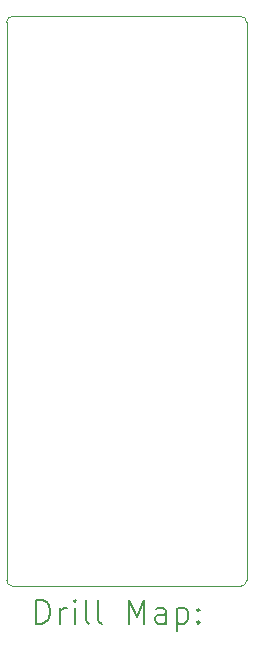
<source format=gbr>
%TF.GenerationSoftware,KiCad,Pcbnew,6.0.9-8da3e8f707~116~ubuntu20.04.1*%
%TF.CreationDate,2023-03-04T01:15:00+01:00*%
%TF.ProjectId,dac_adc_pmod,6461635f-6164-4635-9f70-6d6f642e6b69,rev?*%
%TF.SameCoordinates,Original*%
%TF.FileFunction,Drillmap*%
%TF.FilePolarity,Positive*%
%FSLAX45Y45*%
G04 Gerber Fmt 4.5, Leading zero omitted, Abs format (unit mm)*
G04 Created by KiCad (PCBNEW 6.0.9-8da3e8f707~116~ubuntu20.04.1) date 2023-03-04 01:15:00*
%MOMM*%
%LPD*%
G01*
G04 APERTURE LIST*
%ADD10C,0.100000*%
%ADD11C,0.200000*%
G04 APERTURE END LIST*
D10*
X7543800Y-3937000D02*
X9474200Y-3937000D01*
X9525000Y-3987800D02*
G75*
G03*
X9474200Y-3937000I-50800J0D01*
G01*
X7493000Y-3987800D02*
X7493000Y-8712200D01*
X9525000Y-8712200D02*
X9525000Y-3987800D01*
X7493000Y-8712200D02*
G75*
G03*
X7543800Y-8763000I50800J0D01*
G01*
X9474200Y-8763000D02*
X7543800Y-8763000D01*
X9474200Y-8763000D02*
G75*
G03*
X9525000Y-8712200I0J50800D01*
G01*
X7543800Y-3937000D02*
G75*
G03*
X7493000Y-3987800I0J-50800D01*
G01*
D11*
X7745619Y-9078476D02*
X7745619Y-8878476D01*
X7793238Y-8878476D01*
X7821809Y-8888000D01*
X7840857Y-8907048D01*
X7850381Y-8926095D01*
X7859905Y-8964190D01*
X7859905Y-8992762D01*
X7850381Y-9030857D01*
X7840857Y-9049905D01*
X7821809Y-9068952D01*
X7793238Y-9078476D01*
X7745619Y-9078476D01*
X7945619Y-9078476D02*
X7945619Y-8945143D01*
X7945619Y-8983238D02*
X7955143Y-8964190D01*
X7964667Y-8954667D01*
X7983714Y-8945143D01*
X8002762Y-8945143D01*
X8069428Y-9078476D02*
X8069428Y-8945143D01*
X8069428Y-8878476D02*
X8059905Y-8888000D01*
X8069428Y-8897524D01*
X8078952Y-8888000D01*
X8069428Y-8878476D01*
X8069428Y-8897524D01*
X8193238Y-9078476D02*
X8174190Y-9068952D01*
X8164667Y-9049905D01*
X8164667Y-8878476D01*
X8298000Y-9078476D02*
X8278952Y-9068952D01*
X8269428Y-9049905D01*
X8269428Y-8878476D01*
X8526571Y-9078476D02*
X8526571Y-8878476D01*
X8593238Y-9021333D01*
X8659905Y-8878476D01*
X8659905Y-9078476D01*
X8840857Y-9078476D02*
X8840857Y-8973714D01*
X8831333Y-8954667D01*
X8812286Y-8945143D01*
X8774190Y-8945143D01*
X8755143Y-8954667D01*
X8840857Y-9068952D02*
X8821810Y-9078476D01*
X8774190Y-9078476D01*
X8755143Y-9068952D01*
X8745619Y-9049905D01*
X8745619Y-9030857D01*
X8755143Y-9011810D01*
X8774190Y-9002286D01*
X8821810Y-9002286D01*
X8840857Y-8992762D01*
X8936095Y-8945143D02*
X8936095Y-9145143D01*
X8936095Y-8954667D02*
X8955143Y-8945143D01*
X8993238Y-8945143D01*
X9012286Y-8954667D01*
X9021810Y-8964190D01*
X9031333Y-8983238D01*
X9031333Y-9040381D01*
X9021810Y-9059429D01*
X9012286Y-9068952D01*
X8993238Y-9078476D01*
X8955143Y-9078476D01*
X8936095Y-9068952D01*
X9117048Y-9059429D02*
X9126571Y-9068952D01*
X9117048Y-9078476D01*
X9107524Y-9068952D01*
X9117048Y-9059429D01*
X9117048Y-9078476D01*
X9117048Y-8954667D02*
X9126571Y-8964190D01*
X9117048Y-8973714D01*
X9107524Y-8964190D01*
X9117048Y-8954667D01*
X9117048Y-8973714D01*
M02*

</source>
